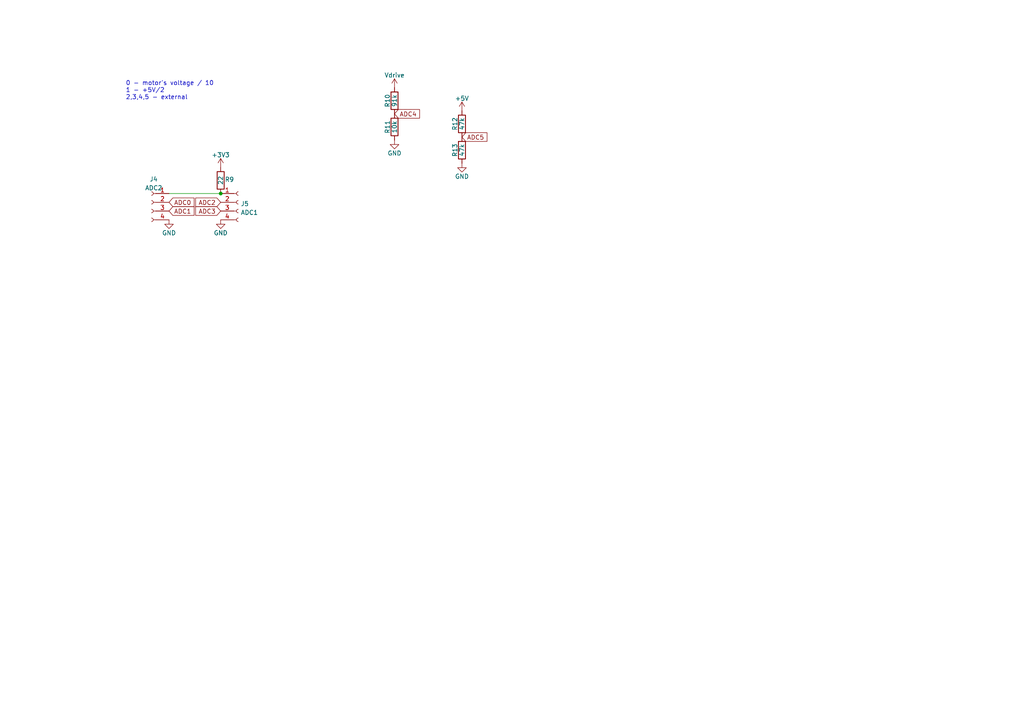
<source format=kicad_sch>
(kicad_sch (version 20211123) (generator eeschema)
  (paper "A4")
  (lib_symbols
    (symbol "Connector:Conn_01x04_Female" (pin_names (offset 1.016) hide)
      (property "Reference" "J" (at 0 5.08 0))
      (property "Value" "Conn_01x04_Female" (at 0 -7.62 0))
      (symbol "Conn_01x04_Female_1_1"
        (arc (start 0 -4.572) (mid -0.508 -5.08) (end 0 -5.588) (stroke (width 0.1524)))
        (arc (start 0 -2.032) (mid -0.508 -2.54) (end 0 -3.048) (stroke (width 0.1524)))
        (polyline (pts (xy -1.27 -5.08) (xy -0.508 -5.08)) (stroke (width 0.1524)))
        (polyline (pts (xy -1.27 -2.54) (xy -0.508 -2.54)) (stroke (width 0.1524)))
        (polyline (pts (xy -1.27 0) (xy -0.508 0)) (stroke (width 0.1524)))
        (polyline (pts (xy -1.27 2.54) (xy -0.508 2.54)) (stroke (width 0.1524)))
        (arc (start 0 0.508) (mid -0.508 0) (end 0 -0.508) (stroke (width 0.1524)))
        (arc (start 0 3.048) (mid -0.508 2.54) (end 0 2.032) (stroke (width 0.1524)))
        (pin passive line (at -5.08 2.54 0) (length 3.81) (name "Pin_1") (number "1"))
        (pin passive line (at -5.08 0 0) (length 3.81) (name "Pin_2") (number "2"))
        (pin passive line (at -5.08 -2.54 0) (length 3.81) (name "Pin_3") (number "3"))
        (pin passive line (at -5.08 -5.08 0) (length 3.81) (name "Pin_4") (number "4"))
      )
    )
    (symbol "Device:R" (pin_numbers hide) (pin_names (offset 0))
      (property "Reference" "R" (at 2.032 0 90))
      (property "Value" "R" (at 0 0 90))
      (symbol "R_0_1"
        (rectangle (start -1.016 -2.54) (end 1.016 2.54) (stroke (width 0.254)))
      )
      (symbol "R_1_1"
        (pin passive line (at 0 3.81 270) (length 1.27) (name "~") (number "1"))
        (pin passive line (at 0 -3.81 90) (length 1.27) (name "~") (number "2"))
      )
    )
    (symbol "power:+3V3" (power) (pin_names (offset 0))
      (property "Value" "+3V3" (at 0 3.556 0))
      (symbol "+3V3_0_1"
        (polyline (pts (xy -0.762 1.27) (xy 0 2.54)))
        (polyline (pts (xy 0 0) (xy 0 2.54)))
        (polyline (pts (xy 0 2.54) (xy 0.762 1.27)))
      )
      (symbol "+3V3_1_1"
        (pin power_in line (at 0 0 90) (length 0) hide (name "+3V3") (number "1"))
      )
    )
    (symbol "power:+5V" (power) (pin_names (offset 0))
      (property "Value" "+5V" (at 0 3.556 0))
      (symbol "+5V_0_1"
        (polyline (pts (xy -0.762 1.27) (xy 0 2.54)))
        (polyline (pts (xy 0 0) (xy 0 2.54)))
        (polyline (pts (xy 0 2.54) (xy 0.762 1.27)))
      )
      (symbol "+5V_1_1"
        (pin power_in line (at 0 0 90) (length 0) hide (name "+5V") (number "1"))
      )
    )
    (symbol "power:Vdrive" (power) (pin_names (offset 0))
      (property "Value" "Vdrive" (at 0 3.81 0))
      (symbol "Vdrive_0_1"
        (polyline (pts (xy -0.762 1.27) (xy 0 2.54)))
        (polyline (pts (xy 0 0) (xy 0 2.54)))
        (polyline (pts (xy 0 2.54) (xy 0.762 1.27)))
      )
      (symbol "Vdrive_1_1"
        (pin power_in line (at 0 0 90) (length 0) hide (name "Vdrive") (number "1"))
      )
    )
    (symbol "stm32-rescue:GND" (power) (pin_names (offset 0))
      (property "Value" "GND" (at 0 -3.81 0))
      (symbol "GND_0_1"
        (polyline (pts (xy 0 0) (xy 0 -1.27) (xy 1.27 -1.27) (xy 0 -2.54) (xy -1.27 -1.27) (xy 0 -1.27)))
      )
      (symbol "GND_1_1"
        (pin power_in line (at 0 0 270) (length 0) hide (name "GND") (number "1"))
      )
    )
  )
  (junction (at 64.008 56.134))
  (wire (pts (xy 49.022 56.134) (xy 64.008 56.134)))
  (text "0 - motor's voltage / 10\n1 - +5V/2\n2,3,4,5 - external" (at 36.449 29.083 0) (effects (font (size 1.27 1.27)) (justify left bottom)))
  (global_label "ADC1" (shape input) (at 49.022 61.214 0) (property "Intersheet References" "${INTERSHEET_REFS}" (effects hide)))
  (global_label "ADC3" (shape input) (at 64.008 61.214 180) (property "Intersheet References" "${INTERSHEET_REFS}" (effects hide)))
  (global_label "ADC2" (shape input) (at 64.008 58.674 180) (property "Intersheet References" "${INTERSHEET_REFS}" (effects hide)))
  (global_label "ADC4" (shape input) (at 114.427 33.02 0) (property "Intersheet References" "${INTERSHEET_REFS}" (effects hide)))
  (global_label "ADC5" (shape input) (at 133.985 39.751 0) (property "Intersheet References" "${INTERSHEET_REFS}" (effects hide)))
  (global_label "ADC0" (shape input) (at 49.022 58.674 0) (property "Intersheet References" "${INTERSHEET_REFS}" (effects hide)))
  (symbol (lib_id "stm32-rescue:GND") (at 114.427 40.64 0) (unit 1)
    (property "Reference" "#PWR0120" (effects hide))
    (property "Value" "GND" (at 114.427 44.45 0))
  )
  (symbol (lib_id "Device:R") (at 64.008 52.324 0) (unit 1)
    (property "Reference" "R9" (at 66.548 52.07 0))
    (property "Value" "22" (at 64.008 52.324 90))
    (property "Footprint" "Resistor_SMD:R_0603_1608Metric_Pad0.98x0.95mm_HandSolder" (effects hide))
  )
  (symbol (lib_id "Device:R") (at 114.427 29.21 180) (unit 1)
    (property "Reference" "R10" (at 112.395 29.21 90))
    (property "Value" "91k" (at 114.427 29.21 90))
    (property "Footprint" "Resistor_SMD:R_0603_1608Metric_Pad0.98x0.95mm_HandSolder" (effects hide))
  )
  (symbol (lib_id "stm32-rescue:GND") (at 49.022 63.754 0) (unit 1)
    (property "Reference" "#PWR013" (effects hide))
    (property "Value" "GND" (at 49.022 67.564 0))
  )
  (symbol (lib_id "Device:R") (at 114.427 36.83 180) (unit 1)
    (property "Reference" "R11" (at 112.395 36.83 90))
    (property "Value" "10k" (at 114.427 36.83 90))
    (property "Footprint" "Resistor_SMD:R_0603_1608Metric_Pad0.98x0.95mm_HandSolder" (effects hide))
  )
  (symbol (lib_id "Device:R") (at 133.985 43.561 180) (unit 1)
    (property "Reference" "R13" (at 131.953 43.561 90))
    (property "Value" "47k" (at 133.985 43.561 90))
    (property "Footprint" "Resistor_SMD:R_0603_1608Metric_Pad0.98x0.95mm_HandSolder" (effects hide))
  )
  (symbol (lib_id "Connector:Conn_01x04_Female") (at 69.088 58.674 0) (unit 1)
    (property "Reference" "J5" (at 69.7992 59.1093 0) (effects (justify left)))
    (property "Value" "ADC1" (at 69.7992 61.6462 0) (effects (justify left)))
    (property "Footprint" "Connector_JST:JST_PH_B4B-PH-K_1x04_P2.00mm_Vertical" (effects hide))
  )
  (symbol (lib_id "Connector:Conn_01x04_Female") (at 43.942 58.674 0) (mirror y) (unit 1)
    (property "Reference" "J4" (at 44.577 51.977 0))
    (property "Value" "ADC2" (at 44.577 54.5139 0))
    (property "Footprint" "Connector_JST:JST_PH_B4B-PH-K_1x04_P2.00mm_Vertical" (effects hide))
  )
  (symbol (lib_id "stm32-rescue:GND") (at 64.008 63.754 0) (unit 1)
    (property "Reference" "#PWR014" (effects hide))
    (property "Value" "GND" (at 64.008 67.564 0))
  )
  (symbol (lib_id "Device:R") (at 133.985 35.941 180) (unit 1)
    (property "Reference" "R12" (at 131.953 35.941 90))
    (property "Value" "47k" (at 133.985 35.941 90))
    (property "Footprint" "Resistor_SMD:R_0603_1608Metric_Pad0.98x0.95mm_HandSolder" (effects hide))
  )
  (symbol (lib_id "power:+5V") (at 133.985 32.131 0) (unit 1)
    (property "Reference" "#PWR0123" (effects hide))
    (property "Value" "+5V" (at 133.985 28.5552 0))
  )
  (symbol (lib_id "power:Vdrive") (at 114.427 25.4 0) (unit 1)
    (property "Reference" "#PWR0121" (effects hide))
    (property "Value" "Vdrive" (at 114.427 21.8242 0))
  )
  (symbol (lib_id "power:+3V3") (at 64.008 48.514 0) (unit 1)
    (property "Reference" "#PWR0119" (effects hide))
    (property "Value" "+3V3" (at 64.008 44.9382 0))
  )
  (symbol (lib_id "stm32-rescue:GND") (at 133.985 47.371 0) (unit 1)
    (property "Reference" "#PWR0122" (effects hide))
    (property "Value" "GND" (at 133.985 51.181 0))
  )
)
</source>
